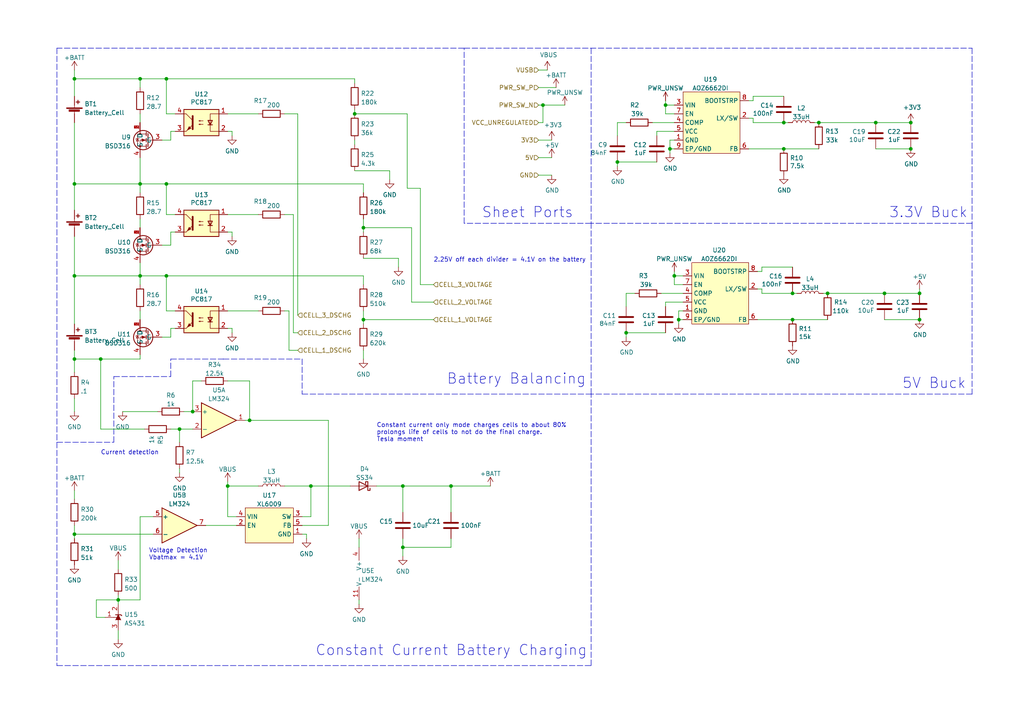
<source format=kicad_sch>
(kicad_sch (version 20211123) (generator eeschema)
  (paper "A4")
  (title_block (title "Power Managment") (date "2022-03-18") (comment 1 "Engineer/Draftsman: Joesphan Lu"))
  (lib_symbols
    (symbol "1KicadLib:AOZ6662DI"
      (property "Reference" "U" (at -4.445 -15.24 0))
      (property "Value" "AOZ6662DI" (at -0.635 5.08 0))
      (symbol "AOZ6662DI_0_1"
        (rectangle (start -8.89 3.81) (end 7.62 -13.97) (stroke (width 0.1524)) (fill (type background)))
      )
      (symbol "AOZ6662DI_1_1"
        (pin input line (at -11.43 -10.16 0) (length 2.54) (name "GND") (number "1"))
        (pin input line (at 10.16 -3.81 180) (length 2.54) (name "LX/SW") (number "2"))
        (pin input line (at -11.43 0 0) (length 2.54) (name "VIN") (number "3"))
        (pin input line (at -11.43 -5.08 0) (length 2.54) (name "COMP") (number "4"))
        (pin input line (at -11.43 -7.62 0) (length 2.54) (name "VCC") (number "5"))
        (pin input line (at 10.16 -12.7 180) (length 2.54) (name "FB") (number "6"))
        (pin input line (at -11.43 -2.54 0) (length 2.54) (name "EN") (number "7"))
        (pin input line (at 10.16 1.27 180) (length 2.54) (name "BOOTSTRP") (number "8"))
        (pin input line (at -11.43 -12.7 0) (length 2.54) (name "EP/GND") (number "9"))
      )
    )
    (symbol "1KicadLib:AS431"
      (property "Reference" "U" (at -5.08 -3.81 0))
      (property "Value" "AS431" (at -7.62 6.35 0))
      (symbol "AS431_0_1"
        (polyline (pts (xy -0.762 -0.762) (xy 0 0.762) (xy 0.762 -0.762)) (fill (type outline)))
        (polyline (pts (xy 0 -1.27) (xy 0 0) (xy 0 1.27)))
        (polyline (pts (xy 1.016 0.508) (xy 0.762 0.762) (xy -0.762 0.762) (xy -0.762 0.762)) (stroke (width 0.254)))
      )
      (symbol "AS431_1_1"
        (polyline (pts (xy -1.27 0) (xy 0 0)))
        (pin passive line (at -3.81 0 0) (length 2.54) (name "") (number "1"))
        (pin passive line (at 0 3.81 270) (length 2.54) (name "") (number "2"))
        (pin passive line (at 0 -3.81 90) (length 2.54) (name "") (number "3"))
      )
    )
    (symbol "1KicadLib:BSD316"
      (property "Reference" "U" (at -5.08 -3.81 0))
      (property "Value" "BSD316" (at -7.62 6.35 0))
      (symbol "BSD316_0_1"
        (circle (center -0.889 0) (radius 2.794) (stroke (width 0.254)))
        (circle (center 0 -1.778) (radius 0.254) (fill (type outline)))
        (polyline (pts (xy -2.286 0) (xy -5.08 0)))
        (polyline (pts (xy -2.286 1.905) (xy -2.286 -1.905)) (stroke (width 0.254)))
        (polyline (pts (xy -1.778 -1.27) (xy -1.778 -2.286)) (stroke (width 0.254)))
        (polyline (pts (xy -1.778 0.508) (xy -1.778 -0.508)) (stroke (width 0.254)))
        (polyline (pts (xy -1.778 2.286) (xy -1.778 1.27)) (stroke (width 0.254)))
        (polyline (pts (xy 0 2.54) (xy 0 1.778)))
        (polyline (pts (xy 0 -2.54) (xy 0 0) (xy -1.778 0)))
        (polyline (pts (xy -1.778 -1.778) (xy 0.762 -1.778) (xy 0.762 1.778) (xy -1.778 1.778)))
        (polyline (pts (xy -1.524 0) (xy -0.508 0.381) (xy -0.508 -0.381) (xy -1.524 0)) (fill (type outline)))
        (polyline (pts (xy 0.254 0.508) (xy 0.381 0.381) (xy 1.143 0.381) (xy 1.27 0.254)))
        (polyline (pts (xy 0.762 0.381) (xy 0.381 -0.254) (xy 1.143 -0.254) (xy 0.762 0.381)))
        (circle (center 0 1.778) (radius 0.254) (fill (type outline)))
      )
      (symbol "BSD316_1_1"
        (pin passive line (at 0 5.08 270) (length 2.54) (name "D") (number "1"))
        (pin passive line (at 0 5.08 270) (length 2.54) (name "D") (number "2"))
        (pin input line (at -6.35 0 0) (length 2.54) (name "G") (number "3"))
        (pin passive line (at 0 -5.08 90) (length 2.54) (name "S") (number "4"))
        (pin passive line (at 0 5.08 270) (length 2.54) (name "D") (number "5"))
        (pin passive line (at 0 5.08 270) (length 2.54) (name "D") (number "6"))
      )
    )
    (symbol "1KicadLib:XL6009"
      (property "Reference" "U" (at -3.81 -2.54 0))
      (property "Value" "XL6009" (at 1.27 10.16 0))
      (symbol "XL6009_0_1"
        (rectangle (start -6.35 8.89) (end 7.62 -1.27) (stroke (width 0.1524)) (fill (type background)))
      )
      (symbol "XL6009_1_1"
        (pin input line (at 10.16 1.27 180) (length 2.54) (name "GND") (number "1"))
        (pin input line (at -8.89 3.81 0) (length 2.54) (name "EN") (number "2"))
        (pin input line (at 10.16 6.35 180) (length 2.54) (name "SW") (number "3"))
        (pin input line (at -8.89 6.35 0) (length 2.54) (name "VIN") (number "4"))
        (pin input line (at 10.16 3.81 180) (length 2.54) (name "FB") (number "5"))
      )
    )
    (symbol "1KicadPowerLib:PWR_UNSW" (power) (pin_names (offset 0))
      (property "Value" "PWR_UNSW" (at 0 3.175 0))
      (symbol "PWR_UNSW_0_1"
        (polyline (pts (xy -0.635 0) (xy 0 1.27) (xy 0.635 0)) (stroke (width 0.1524)))
      )
      (symbol "PWR_UNSW_1_1"
        (pin power_in line (at 0 -1.27 90) (length 2.54) (name "") (number ""))
      )
    )
    (symbol "Amplifier_Operational:LM324" (pin_names (offset 0.127))
      (property "Reference" "U" (at 0 5.08 0))
      (property "Value" "LM324" (at 0 -5.08 0))
      (symbol "LM324_1_1"
        (polyline (pts (xy -5.08 5.08) (xy 5.08 0) (xy -5.08 -5.08) (xy -5.08 5.08)) (stroke (width 0.254)) (fill (type background)))
        (pin output line (at 7.62 0 180) (length 2.54) (name "~") (number "1"))
        (pin input line (at -7.62 -2.54 0) (length 2.54) (name "-") (number "2"))
        (pin input line (at -7.62 2.54 0) (length 2.54) (name "+") (number "3"))
      )
      (symbol "LM324_2_1"
        (polyline (pts (xy -5.08 5.08) (xy 5.08 0) (xy -5.08 -5.08) (xy -5.08 5.08)) (stroke (width 0.254)) (fill (type background)))
        (pin input line (at -7.62 2.54 0) (length 2.54) (name "+") (number "5"))
        (pin input line (at -7.62 -2.54 0) (length 2.54) (name "-") (number "6"))
        (pin output line (at 7.62 0 180) (length 2.54) (name "~") (number "7"))
      )
      (symbol "LM324_3_1"
        (polyline (pts (xy -5.08 5.08) (xy 5.08 0) (xy -5.08 -5.08) (xy -5.08 5.08)) (stroke (width 0.254)) (fill (type background)))
        (pin input line (at -7.62 2.54 0) (length 2.54) (name "+") (number "10"))
        (pin output line (at 7.62 0 180) (length 2.54) (name "~") (number "8"))
        (pin input line (at -7.62 -2.54 0) (length 2.54) (name "-") (number "9"))
      )
      (symbol "LM324_4_1"
        (polyline (pts (xy -5.08 5.08) (xy 5.08 0) (xy -5.08 -5.08) (xy -5.08 5.08)) (stroke (width 0.254)) (fill (type background)))
        (pin input line (at -7.62 2.54 0) (length 2.54) (name "+") (number "12"))
        (pin input line (at -7.62 -2.54 0) (length 2.54) (name "-") (number "13"))
        (pin output line (at 7.62 0 180) (length 2.54) (name "~") (number "14"))
      )
      (symbol "LM324_5_1"
        (pin power_in line (at -2.54 -7.62 90) (length 3.81) (name "V-") (number "11"))
        (pin power_in line (at -2.54 7.62 270) (length 3.81) (name "V+") (number "4"))
      )
    )
    (symbol "Device:Battery_Cell" (pin_numbers hide) (pin_names (offset 0) hide)
      (property "Reference" "BT" (at 2.54 2.54 0))
      (property "Value" "Battery_Cell" (at 2.54 0 0))
      (symbol "Battery_Cell_0_1"
        (rectangle (start -2.286 1.778) (end 2.286 1.524) (fill (type outline)))
        (rectangle (start -1.5748 1.1938) (end 1.4732 0.6858) (fill (type outline)))
        (polyline (pts (xy 0 0.762) (xy 0 0)))
        (polyline (pts (xy 0 1.778) (xy 0 2.54)))
        (polyline (pts (xy 0.508 3.429) (xy 1.524 3.429)) (stroke (width 0.254)))
        (polyline (pts (xy 1.016 3.937) (xy 1.016 2.921)) (stroke (width 0.254)))
      )
      (symbol "Battery_Cell_1_1"
        (pin passive line (at 0 5.08 270) (length 2.54) (name "+") (number "1"))
        (pin passive line (at 0 -2.54 90) (length 2.54) (name "-") (number "2"))
      )
    )
    (symbol "Device:C" (pin_numbers hide) (pin_names (offset 0.254))
      (property "Reference" "C" (at 0.635 2.54 0))
      (property "Value" "C" (at 0.635 -2.54 0))
      (symbol "C_0_1"
        (polyline (pts (xy -2.032 -0.762) (xy 2.032 -0.762)) (stroke (width 0.508)))
        (polyline (pts (xy -2.032 0.762) (xy 2.032 0.762)) (stroke (width 0.508)))
      )
      (symbol "C_1_1"
        (pin passive line (at 0 3.81 270) (length 2.794) (name "~") (number "1"))
        (pin passive line (at 0 -3.81 90) (length 2.794) (name "~") (number "2"))
      )
    )
    (symbol "Device:D_Schottky" (pin_numbers hide) (pin_names (offset 1.016) hide)
      (property "Reference" "D" (at 0 2.54 0))
      (property "Value" "D_Schottky" (at 0 -2.54 0))
      (symbol "D_Schottky_0_1"
        (polyline (pts (xy 1.27 0) (xy -1.27 0)))
        (polyline (pts (xy 1.27 1.27) (xy 1.27 -1.27) (xy -1.27 0) (xy 1.27 1.27)) (stroke (width 0.254)))
        (polyline (pts (xy -1.905 0.635) (xy -1.905 1.27) (xy -1.27 1.27) (xy -1.27 -1.27) (xy -0.635 -1.27) (xy -0.635 -0.635)) (stroke (width 0.254)))
      )
      (symbol "D_Schottky_1_1"
        (pin passive line (at -3.81 0 0) (length 2.54) (name "K") (number "1"))
        (pin passive line (at 3.81 0 180) (length 2.54) (name "A") (number "2"))
      )
    )
    (symbol "Device:L" (pin_numbers hide) (pin_names (offset 1.016) hide)
      (property "Reference" "L" (at -1.27 0 90))
      (property "Value" "L" (at 1.905 0 90))
      (symbol "L_0_1"
        (arc (start 0 -2.54) (mid 0.635 -1.905) (end 0 -1.27))
        (arc (start 0 -1.27) (mid 0.635 -0.635) (end 0 0))
        (arc (start 0 0) (mid 0.635 0.635) (end 0 1.27))
        (arc (start 0 1.27) (mid 0.635 1.905) (end 0 2.54))
      )
      (symbol "L_1_1"
        (pin passive line (at 0 3.81 270) (length 1.27) (name "1") (number "1"))
        (pin passive line (at 0 -3.81 90) (length 1.27) (name "2") (number "2"))
      )
    )
    (symbol "Device:R" (pin_numbers hide) (pin_names (offset 0))
      (property "Reference" "R" (at 2.032 0 90))
      (property "Value" "R" (at 0 0 90))
      (symbol "R_0_1"
        (rectangle (start -1.016 -2.54) (end 1.016 2.54) (stroke (width 0.254)))
      )
      (symbol "R_1_1"
        (pin passive line (at 0 3.81 270) (length 1.27) (name "~") (number "1"))
        (pin passive line (at 0 -3.81 90) (length 1.27) (name "~") (number "2"))
      )
    )
    (symbol "Isolator:PC817" (pin_names (offset 1.016))
      (property "Reference" "U" (at -5.08 5.08 0))
      (property "Value" "PC817" (at 0 5.08 0))
      (symbol "PC817_0_1"
        (rectangle (start -5.08 3.81) (end 5.08 -3.81) (stroke (width 0.254)) (fill (type background)))
        (polyline (pts (xy -3.175 -0.635) (xy -1.905 -0.635)) (stroke (width 0.254)))
        (polyline (pts (xy 2.54 0.635) (xy 4.445 2.54)))
        (polyline (pts (xy 4.445 -2.54) (xy 2.54 -0.635)) (fill (type outline)))
        (polyline (pts (xy 4.445 -2.54) (xy 5.08 -2.54)))
        (polyline (pts (xy 4.445 2.54) (xy 5.08 2.54)))
        (polyline (pts (xy -5.08 2.54) (xy -2.54 2.54) (xy -2.54 -0.635)))
        (polyline (pts (xy -2.54 -0.635) (xy -2.54 -2.54) (xy -5.08 -2.54)))
        (polyline (pts (xy 2.54 1.905) (xy 2.54 -1.905) (xy 2.54 -1.905)) (stroke (width 0.508)))
        (polyline (pts (xy -2.54 -0.635) (xy -3.175 0.635) (xy -1.905 0.635) (xy -2.54 -0.635)) (stroke (width 0.254)))
        (polyline (pts (xy -0.508 -0.508) (xy 0.762 -0.508) (xy 0.381 -0.635) (xy 0.381 -0.381) (xy 0.762 -0.508)))
        (polyline (pts (xy -0.508 0.508) (xy 0.762 0.508) (xy 0.381 0.381) (xy 0.381 0.635) (xy 0.762 0.508)))
        (polyline (pts (xy 3.048 -1.651) (xy 3.556 -1.143) (xy 4.064 -2.159) (xy 3.048 -1.651) (xy 3.048 -1.651)) (fill (type outline)))
      )
      (symbol "PC817_1_1"
        (pin passive line (at -7.62 2.54 0) (length 2.54) (name "~") (number "1"))
        (pin passive line (at -7.62 -2.54 0) (length 2.54) (name "~") (number "2"))
        (pin passive line (at 7.62 -2.54 180) (length 2.54) (name "~") (number "3"))
        (pin passive line (at 7.62 2.54 180) (length 2.54) (name "~") (number "4"))
      )
    )
    (symbol "power:+3V3" (power) (pin_names (offset 0))
      (property "Value" "+3V3" (at 0 3.556 0))
      (symbol "+3V3_0_1"
        (polyline (pts (xy -0.762 1.27) (xy 0 2.54)))
        (polyline (pts (xy 0 0) (xy 0 2.54)))
        (polyline (pts (xy 0 2.54) (xy 0.762 1.27)))
      )
      (symbol "+3V3_1_1"
        (pin power_in line (at 0 0 90) (length 0) hide (name "+3V3") (number "1"))
      )
    )
    (symbol "power:+5V" (power) (pin_names (offset 0))
      (property "Value" "+5V" (at 0 3.556 0))
      (symbol "+5V_0_1"
        (polyline (pts (xy -0.762 1.27) (xy 0 2.54)))
        (polyline (pts (xy 0 0) (xy 0 2.54)))
        (polyline (pts (xy 0 2.54) (xy 0.762 1.27)))
      )
      (symbol "+5V_1_1"
        (pin power_in line (at 0 0 90) (length 0) hide (name "+5V") (number "1"))
      )
    )
    (symbol "power:+BATT" (power) (pin_names (offset 0))
      (property "Value" "+BATT" (at 0 3.556 0))
      (symbol "+BATT_0_1"
        (polyline (pts (xy -0.762 1.27) (xy 0 2.54)))
        (polyline (pts (xy 0 0) (xy 0 2.54)))
        (polyline (pts (xy 0 2.54) (xy 0.762 1.27)))
      )
      (symbol "+BATT_1_1"
        (pin power_in line (at 0 0 90) (length 0) hide (name "+BATT") (number "1"))
      )
    )
    (symbol "power:GND" (power) (pin_names (offset 0))
      (property "Value" "GND" (at 0 -3.81 0))
      (symbol "GND_0_1"
        (polyline (pts (xy 0 0) (xy 0 -1.27) (xy 1.27 -1.27) (xy 0 -2.54) (xy -1.27 -1.27) (xy 0 -1.27)))
      )
      (symbol "GND_1_1"
        (pin power_in line (at 0 0 270) (length 0) hide (name "GND") (number "1"))
      )
    )
    (symbol "power:VBUS" (power) (pin_names (offset 0))
      (property "Value" "VBUS" (at 0 3.81 0))
      (symbol "VBUS_0_1"
        (polyline (pts (xy -0.762 1.27) (xy 0 2.54)))
        (polyline (pts (xy 0 0) (xy 0 2.54)))
        (polyline (pts (xy 0 2.54) (xy 0.762 1.27)))
      )
      (symbol "VBUS_1_1"
        (pin power_in line (at 0 0 90) (length 0) hide (name "VBUS") (number "1"))
      )
    )
  )
  (junction (at 116.84 140.97))
  (junction (at 48.26 80.01))
  (junction (at 105.41 92.71))
  (junction (at 21.59 104.14))
  (junction (at 227.33 43.18))
  (junction (at 21.59 22.86))
  (junction (at 40.64 80.01))
  (junction (at 55.88 119.38))
  (junction (at 29.21 104.14))
  (junction (at 40.64 22.86))
  (junction (at 195.58 80.01))
  (junction (at 105.41 66.04))
  (junction (at 181.61 96.52))
  (junction (at 266.7 85.09))
  (junction (at 157.48 30.48))
  (junction (at 256.54 85.09))
  (junction (at 264.16 43.18))
  (junction (at 21.59 53.34))
  (junction (at 240.03 85.09))
  (junction (at 193.04 30.48))
  (junction (at 40.64 53.34))
  (junction (at 196.85 92.71))
  (junction (at 48.26 53.34))
  (junction (at 266.7 92.71))
  (junction (at 48.26 22.86))
  (junction (at 34.29 173.99))
  (junction (at 66.04 140.97))
  (junction (at 72.39 121.92))
  (junction (at 90.17 140.97))
  (junction (at 229.87 85.09))
  (junction (at 21.59 80.01))
  (junction (at 254 35.56))
  (junction (at 130.81 140.97))
  (junction (at 194.31 43.18))
  (junction (at 116.84 158.75))
  (junction (at 21.59 154.94))
  (junction (at 264.16 35.56))
  (junction (at 229.87 92.71))
  (junction (at 237.49 35.56))
  (junction (at 227.33 35.56))
  (junction (at 52.07 124.46))
  (junction (at 102.87 33.02))
  (junction (at 179.07 46.99))
  (wire (pts (xy 40.64 104.14) (xy 40.64 102.87)))
  (wire (pts (xy 40.64 22.86) (xy 21.59 22.86)))
  (wire (pts (xy 88.9 154.94) (xy 87.63 154.94)))
  (wire (pts (xy 195.58 78.74) (xy 195.58 80.01)))
  (wire (pts (xy 157.48 30.48) (xy 157.48 35.56)))
  (wire (pts (xy 229.87 92.71) (xy 240.03 92.71)))
  (wire (pts (xy 34.29 182.88) (xy 34.29 185.42)))
  (wire (pts (xy 105.41 80.01) (xy 105.41 82.55)))
  (wire (pts (xy 240.03 85.09) (xy 256.54 85.09)))
  (wire (pts (xy 130.81 156.21) (xy 130.81 158.75)))
  (wire (pts (xy 196.85 92.71) (xy 198.12 92.71)))
  (polyline (pts (xy 281.94 13.97) (xy 281.94 64.77)))
  (wire (pts (xy 105.41 92.71) (xy 105.41 93.98)))
  (wire (pts (xy 40.64 149.86) (xy 40.64 173.99)))
  (wire (pts (xy 21.59 115.57) (xy 21.59 119.38)))
  (wire (pts (xy 83.82 90.17) (xy 82.55 90.17)))
  (wire (pts (xy 160.02 50.8) (xy 156.21 50.8)))
  (wire (pts (xy 21.59 104.14) (xy 21.59 107.95)))
  (wire (pts (xy 40.64 80.01) (xy 21.59 80.01)))
  (wire (pts (xy 40.64 53.34) (xy 21.59 53.34)))
  (wire (pts (xy 58.42 110.49) (xy 55.88 110.49)))
  (wire (pts (xy 105.41 63.5) (xy 105.41 66.04)))
  (wire (pts (xy 48.26 80.01) (xy 105.41 80.01)))
  (wire (pts (xy 196.85 90.17) (xy 196.85 92.71)))
  (wire (pts (xy 229.87 85.09) (xy 231.14 85.09)))
  (wire (pts (xy 35.56 119.38) (xy 45.72 119.38)))
  (wire (pts (xy 40.64 76.2) (xy 40.64 80.01)))
  (polyline (pts (xy 16.51 128.27) (xy 16.51 193.04)))
  (wire (pts (xy 195.58 33.02) (xy 193.04 33.02)))
  (wire (pts (xy 21.59 53.34) (xy 21.59 60.96)))
  (polyline (pts (xy 64.77 104.14) (xy 64.77 104.14)))
  (wire (pts (xy 193.04 30.48) (xy 193.04 33.02)))
  (wire (pts (xy 21.59 22.86) (xy 21.59 27.94)))
  (wire (pts (xy 130.81 140.97) (xy 142.24 140.97)))
  (wire (pts (xy 194.31 43.18) (xy 194.31 44.45)))
  (wire (pts (xy 21.59 80.01) (xy 21.59 93.98)))
  (wire (pts (xy 105.41 92.71) (xy 125.73 92.71)))
  (wire (pts (xy 121.92 54.61) (xy 118.11 54.61)))
  (polyline (pts (xy 134.62 13.97) (xy 16.51 13.97)))
  (wire (pts (xy 88.9 156.21) (xy 88.9 154.94)))
  (wire (pts (xy 40.64 45.72) (xy 40.64 53.34)))
  (wire (pts (xy 104.14 175.26) (xy 104.14 173.99)))
  (wire (pts (xy 48.26 90.17) (xy 50.8 90.17)))
  (wire (pts (xy 116.84 158.75) (xy 116.84 161.29)))
  (wire (pts (xy 125.73 82.55) (xy 121.92 82.55)))
  (wire (pts (xy 67.31 96.52) (xy 67.31 95.25)))
  (wire (pts (xy 219.71 78.74) (xy 220.98 78.74)))
  (wire (pts (xy 217.17 29.21) (xy 218.44 29.21)))
  (wire (pts (xy 181.61 35.56) (xy 179.07 35.56)))
  (polyline (pts (xy 171.45 64.77) (xy 134.62 64.77)))
  (wire (pts (xy 236.22 35.56) (xy 237.49 35.56)))
  (wire (pts (xy 95.25 121.92) (xy 72.39 121.92)))
  (wire (pts (xy 40.64 25.4) (xy 40.64 22.86)))
  (wire (pts (xy 52.07 124.46) (xy 49.53 124.46)))
  (wire (pts (xy 40.64 80.01) (xy 48.26 80.01)))
  (wire (pts (xy 181.61 96.52) (xy 181.61 97.79)))
  (wire (pts (xy 157.48 30.48) (xy 163.83 30.48)))
  (wire (pts (xy 40.64 82.55) (xy 40.64 80.01)))
  (wire (pts (xy 66.04 90.17) (xy 74.93 90.17)))
  (wire (pts (xy 50.8 67.31) (xy 49.53 67.31)))
  (wire (pts (xy 181.61 85.09) (xy 181.61 88.9)))
  (wire (pts (xy 102.87 33.02) (xy 118.11 33.02)))
  (polyline (pts (xy 87.63 114.3) (xy 171.45 114.3)))
  (wire (pts (xy 55.88 124.46) (xy 52.07 124.46)))
  (wire (pts (xy 220.98 85.09) (xy 229.87 85.09)))
  (wire (pts (xy 67.31 39.37) (xy 67.31 38.1)))
  (wire (pts (xy 90.17 149.86) (xy 87.63 149.86)))
  (wire (pts (xy 102.87 31.75) (xy 102.87 33.02)))
  (polyline (pts (xy 16.51 128.27) (xy 33.02 128.27)))
  (wire (pts (xy 52.07 135.89) (xy 52.07 137.16)))
  (wire (pts (xy 218.44 35.56) (xy 218.44 34.29)))
  (wire (pts (xy 218.44 34.29) (xy 217.17 34.29)))
  (wire (pts (xy 158.75 20.32) (xy 156.21 20.32)))
  (wire (pts (xy 48.26 33.02) (xy 50.8 33.02)))
  (polyline (pts (xy 171.45 193.04) (xy 171.45 114.3)))
  (wire (pts (xy 46.99 71.12) (xy 49.53 71.12)))
  (wire (pts (xy 86.36 101.6) (xy 83.82 101.6)))
  (wire (pts (xy 67.31 67.31) (xy 66.04 67.31)))
  (wire (pts (xy 220.98 83.82) (xy 219.71 83.82)))
  (wire (pts (xy 53.34 119.38) (xy 55.88 119.38)))
  (wire (pts (xy 156.21 25.4) (xy 161.29 25.4)))
  (wire (pts (xy 254 43.18) (xy 264.16 43.18)))
  (wire (pts (xy 40.64 173.99) (xy 34.29 173.99)))
  (wire (pts (xy 194.31 43.18) (xy 195.58 43.18)))
  (wire (pts (xy 67.31 38.1) (xy 66.04 38.1)))
  (wire (pts (xy 29.21 104.14) (xy 40.64 104.14)))
  (wire (pts (xy 49.53 97.79) (xy 46.99 97.79)))
  (wire (pts (xy 40.64 22.86) (xy 48.26 22.86)))
  (wire (pts (xy 46.99 40.64) (xy 49.53 40.64)))
  (wire (pts (xy 179.07 35.56) (xy 179.07 39.37)))
  (polyline (pts (xy 64.77 104.14) (xy 87.63 104.14)))
  (wire (pts (xy 40.64 33.02) (xy 40.64 35.56)))
  (wire (pts (xy 198.12 87.63) (xy 193.04 87.63)))
  (wire (pts (xy 29.21 104.14) (xy 29.21 124.46)))
  (wire (pts (xy 85.09 96.52) (xy 86.36 96.52)))
  (wire (pts (xy 66.04 62.23) (xy 74.93 62.23)))
  (wire (pts (xy 156.21 45.72) (xy 160.02 45.72)))
  (polyline (pts (xy 16.51 13.97) (xy 16.51 128.27)))
  (wire (pts (xy 82.55 33.02) (xy 86.36 33.02)))
  (wire (pts (xy 49.53 38.1) (xy 49.53 40.64)))
  (wire (pts (xy 130.81 148.59) (xy 130.81 140.97)))
  (wire (pts (xy 48.26 22.86) (xy 102.87 22.86)))
  (wire (pts (xy 195.58 80.01) (xy 195.58 82.55)))
  (wire (pts (xy 34.29 172.72) (xy 34.29 173.99)))
  (wire (pts (xy 157.48 35.56) (xy 156.21 35.56)))
  (wire (pts (xy 66.04 140.97) (xy 66.04 149.86)))
  (wire (pts (xy 218.44 35.56) (xy 227.33 35.56)))
  (wire (pts (xy 66.04 149.86) (xy 68.58 149.86)))
  (wire (pts (xy 193.04 30.48) (xy 195.58 30.48)))
  (wire (pts (xy 48.26 22.86) (xy 48.26 33.02)))
  (wire (pts (xy 66.04 110.49) (xy 72.39 110.49)))
  (wire (pts (xy 116.84 140.97) (xy 130.81 140.97)))
  (wire (pts (xy 238.76 85.09) (xy 240.03 85.09)))
  (wire (pts (xy 72.39 121.92) (xy 71.12 121.92)))
  (wire (pts (xy 95.25 152.4) (xy 95.25 121.92)))
  (wire (pts (xy 90.17 140.97) (xy 101.6 140.97)))
  (polyline (pts (xy 281.94 64.77) (xy 281.94 114.3)))
  (wire (pts (xy 21.59 154.94) (xy 21.59 156.21)))
  (wire (pts (xy 34.29 173.99) (xy 34.29 175.26)))
  (wire (pts (xy 218.44 29.21) (xy 218.44 27.94)))
  (wire (pts (xy 40.64 149.86) (xy 44.45 149.86)))
  (wire (pts (xy 113.03 49.53) (xy 113.03 52.07)))
  (polyline (pts (xy 49.53 104.14) (xy 64.77 104.14)))
  (wire (pts (xy 116.84 148.59) (xy 116.84 140.97)))
  (wire (pts (xy 21.59 142.24) (xy 21.59 144.78)))
  (wire (pts (xy 218.44 27.94) (xy 227.33 27.94)))
  (wire (pts (xy 105.41 90.17) (xy 105.41 92.71)))
  (wire (pts (xy 227.33 35.56) (xy 228.6 35.56)))
  (wire (pts (xy 90.17 140.97) (xy 82.55 140.97)))
  (wire (pts (xy 34.29 162.56) (xy 34.29 165.1)))
  (wire (pts (xy 195.58 80.01) (xy 198.12 80.01)))
  (wire (pts (xy 196.85 92.71) (xy 196.85 93.98)))
  (wire (pts (xy 66.04 140.97) (xy 74.93 140.97)))
  (wire (pts (xy 227.33 43.18) (xy 237.49 43.18)))
  (wire (pts (xy 116.84 158.75) (xy 130.81 158.75)))
  (wire (pts (xy 102.87 40.64) (xy 102.87 41.91)))
  (polyline (pts (xy 171.45 13.97) (xy 171.45 64.77)))
  (wire (pts (xy 40.64 63.5) (xy 40.64 66.04)))
  (wire (pts (xy 219.71 92.71) (xy 229.87 92.71)))
  (wire (pts (xy 115.57 74.93) (xy 115.57 77.47)))
  (wire (pts (xy 105.41 53.34) (xy 105.41 55.88)))
  (wire (pts (xy 189.23 35.56) (xy 195.58 35.56)))
  (wire (pts (xy 41.91 124.46) (xy 29.21 124.46)))
  (wire (pts (xy 195.58 40.64) (xy 194.31 40.64)))
  (wire (pts (xy 118.11 54.61) (xy 118.11 33.02)))
  (wire (pts (xy 156.21 30.48) (xy 157.48 30.48)))
  (wire (pts (xy 193.04 87.63) (xy 193.04 88.9)))
  (wire (pts (xy 109.22 140.97) (xy 116.84 140.97)))
  (wire (pts (xy 90.17 149.86) (xy 90.17 140.97)))
  (wire (pts (xy 160.02 40.64) (xy 156.21 40.64)))
  (wire (pts (xy 116.84 156.21) (xy 116.84 158.75)))
  (polyline (pts (xy 16.51 193.04) (xy 171.45 193.04)))
  (wire (pts (xy 48.26 80.01) (xy 48.26 90.17)))
  (wire (pts (xy 40.64 55.88) (xy 40.64 53.34)))
  (wire (pts (xy 104.14 156.21) (xy 104.14 158.75)))
  (wire (pts (xy 21.59 152.4) (xy 21.59 154.94)))
  (wire (pts (xy 198.12 82.55) (xy 195.58 82.55)))
  (wire (pts (xy 27.94 179.07) (xy 27.94 173.99)))
  (wire (pts (xy 191.77 85.09) (xy 198.12 85.09)))
  (wire (pts (xy 119.38 66.04) (xy 119.38 87.63)))
  (wire (pts (xy 48.26 62.23) (xy 50.8 62.23)))
  (wire (pts (xy 254 35.56) (xy 264.16 35.56)))
  (wire (pts (xy 102.87 24.13) (xy 102.87 22.86)))
  (wire (pts (xy 220.98 77.47) (xy 229.87 77.47)))
  (polyline (pts (xy 87.63 104.14) (xy 87.63 114.3)))
  (polyline (pts (xy 33.02 109.22) (xy 49.53 109.22)))
  (wire (pts (xy 21.59 154.94) (xy 44.45 154.94)))
  (wire (pts (xy 50.8 95.25) (xy 49.53 95.25)))
  (wire (pts (xy 49.53 95.25) (xy 49.53 97.79)))
  (wire (pts (xy 49.53 67.31) (xy 49.53 71.12)))
  (wire (pts (xy 40.64 90.17) (xy 40.64 92.71)))
  (wire (pts (xy 55.88 110.49) (xy 55.88 119.38)))
  (wire (pts (xy 181.61 96.52) (xy 193.04 96.52)))
  (wire (pts (xy 66.04 33.02) (xy 74.93 33.02)))
  (wire (pts (xy 266.7 83.82) (xy 266.7 85.09)))
  (polyline (pts (xy 49.53 109.22) (xy 49.53 104.14)))
  (wire (pts (xy 59.69 152.4) (xy 68.58 152.4)))
  (wire (pts (xy 21.59 104.14) (xy 29.21 104.14)))
  (wire (pts (xy 72.39 110.49) (xy 72.39 121.92)))
  (wire (pts (xy 256.54 92.71) (xy 266.7 92.71)))
  (wire (pts (xy 190.5 38.1) (xy 190.5 39.37)))
  (wire (pts (xy 48.26 53.34) (xy 48.26 62.23)))
  (wire (pts (xy 113.03 49.53) (xy 102.87 49.53)))
  (polyline (pts (xy 33.02 128.27) (xy 33.02 109.22)))
  (wire (pts (xy 220.98 85.09) (xy 220.98 83.82)))
  (wire (pts (xy 217.17 43.18) (xy 227.33 43.18)))
  (wire (pts (xy 21.59 101.6) (xy 21.59 104.14)))
  (wire (pts (xy 27.94 173.99) (xy 34.29 173.99)))
  (wire (pts (xy 21.59 20.32) (xy 21.59 22.86)))
  (wire (pts (xy 83.82 101.6) (xy 83.82 90.17)))
  (wire (pts (xy 86.36 33.02) (xy 86.36 91.44)))
  (wire (pts (xy 256.54 85.09) (xy 266.7 85.09)))
  (wire (pts (xy 67.31 68.58) (xy 67.31 67.31)))
  (wire (pts (xy 179.07 46.99) (xy 190.5 46.99)))
  (wire (pts (xy 85.09 62.23) (xy 85.09 96.52)))
  (wire (pts (xy 198.12 90.17) (xy 196.85 90.17)))
  (wire (pts (xy 48.26 53.34) (xy 105.41 53.34)))
  (polyline (pts (xy 281.94 64.77) (xy 171.45 64.77)))
  (wire (pts (xy 105.41 101.6) (xy 105.41 104.14)))
  (wire (pts (xy 82.55 62.23) (xy 85.09 62.23)))
  (polyline (pts (xy 134.62 64.77) (xy 134.62 13.97)))
  (wire (pts (xy 193.04 29.21) (xy 193.04 30.48)))
  (wire (pts (xy 115.57 74.93) (xy 105.41 74.93)))
  (wire (pts (xy 52.07 124.46) (xy 52.07 128.27)))
  (wire (pts (xy 105.41 66.04) (xy 105.41 67.31)))
  (polyline (pts (xy 171.45 114.3) (xy 171.45 64.77)))
  (wire (pts (xy 119.38 87.63) (xy 125.73 87.63)))
  (wire (pts (xy 184.15 85.09) (xy 181.61 85.09)))
  (wire (pts (xy 195.58 38.1) (xy 190.5 38.1)))
  (wire (pts (xy 194.31 40.64) (xy 194.31 43.18)))
  (wire (pts (xy 220.98 78.74) (xy 220.98 77.47)))
  (wire (pts (xy 66.04 139.7) (xy 66.04 140.97)))
  (wire (pts (xy 21.59 35.56) (xy 21.59 53.34)))
  (wire (pts (xy 67.31 95.25) (xy 66.04 95.25)))
  (polyline (pts (xy 281.94 114.3) (xy 171.45 114.3)))
  (wire (pts (xy 50.8 38.1) (xy 49.53 38.1)))
  (wire (pts (xy 30.48 179.07) (xy 27.94 179.07)))
  (wire (pts (xy 179.07 46.99) (xy 179.07 48.26)))
  (wire (pts (xy 237.49 35.56) (xy 254 35.56)))
  (wire (pts (xy 105.41 66.04) (xy 119.38 66.04)))
  (wire (pts (xy 87.63 152.4) (xy 95.25 152.4)))
  (polyline (pts (xy 134.62 13.97) (xy 281.94 13.97)))
  (wire (pts (xy 121.92 82.55) (xy 121.92 54.61)))
  (wire (pts (xy 40.64 53.34) (xy 48.26 53.34)))
  (wire (pts (xy 21.59 68.58) (xy 21.59 80.01)))
  (text "2.25V off each divider = 4.1V on the battery" (at 125.73 76.2 0) (effects (font (size 1.27 1.27)) (justify left bottom)))
  (text "Constant current only mode charges cells to about 80%\nprolongs life of cells to not do the final charge.\nTesla moment" (at 109.22 128.27 0) (effects (font (size 1.27 1.27)) (justify left bottom)))
  (text "Sheet Ports\n" (at 139.7 63.5 0) (effects (font (size 3 3)) (justify left bottom)))
  (text "Battery Balancing" (at 129.54 111.76 0) (effects (font (size 3 3)) (justify left bottom)))
  (text "3.3V Buck" (at 257.81 63.5 0) (effects (font (size 3 3)) (justify left bottom)))
  (text "Current detection" (at 29.21 132.08 0) (effects (font (size 1.27 1.27)) (justify left bottom)))
  (text "5V Buck" (at 261.62 113.03 0) (effects (font (size 3 3)) (justify left bottom)))
  (text "Voltage Detection\nVbatmax = 4.1V" (at 43.18 162.56 0) (effects (font (size 1.27 1.27)) (justify left bottom)))
  (text "Constant Current Battery Charging" (at 91.44 190.5 0) (effects (font (size 3 3)) (justify left bottom)))
  (hierarchical_label "PWR_SW_P" (shape input) (at 156.21 25.4 180))
  (hierarchical_label "PWR_SW_N" (shape input) (at 156.21 30.48 180))
  (hierarchical_label "5V" (shape input) (at 156.21 45.72 180))
  (hierarchical_label "GND" (shape input) (at 156.21 50.8 180))
  (hierarchical_label "VCC_UNREGULATED" (shape input) (at 156.21 35.56 180))
  (hierarchical_label "CELL_2_VOLTAGE" (shape input) (at 125.73 87.63 0))
  (hierarchical_label "CELL_3_VOLTAGE" (shape input) (at 125.73 82.55 0))
  (hierarchical_label "VUSB" (shape input) (at 156.21 20.32 180))
  (hierarchical_label "CELL_2_DSCHG" (shape input) (at 86.36 96.52 0))
  (hierarchical_label "CELL_1_VOLTAGE" (shape input) (at 125.73 92.71 0))
  (hierarchical_label "CELL_3_DSCHG" (shape input) (at 86.36 91.44 0))
  (hierarchical_label "CELL_1_DSCHG" (shape input) (at 86.36 101.6 0))
  (hierarchical_label "3V3" (shape input) (at 156.21 40.64 180))
  (symbol (lib_id "power:GND") (at 67.31 39.37 0) (unit 1)
    (property "Reference" "#PWR0158" (effects hide))
    (property "Value" "GND" (at 67.31 43.8134 0))
  )
  (symbol (lib_id "Device:R") (at 240.03 88.9 0) (unit 1)
    (property "Reference" "R14" (at 243.84 87.63 0))
    (property "Value" "110k" (at 243.84 90.17 0))
    (property "Footprint" "Resistor_SMD:R_0805_2012Metric_Pad1.20x1.40mm_HandSolder" (effects hide))
  )
  (symbol (lib_id "Device:R") (at 105.41 71.12 0) (unit 1)
    (property "Reference" "R27" (at 107.188 70.2853 0) (effects (justify left)))
    (property "Value" "68k" (at 107.188 72.8222 0) (effects (justify left)))
    (property "Footprint" "Resistor_SMD:R_0805_2012Metric_Pad1.20x1.40mm_HandSolder" (effects hide))
  )
  (symbol (lib_id "Device:R") (at 102.87 27.94 0) (unit 1)
    (property "Reference" "R22" (at 104.648 27.1053 0) (effects (justify left)))
    (property "Value" "180k" (at 104.648 29.6422 0) (effects (justify left)))
    (property "Footprint" "Resistor_SMD:R_0805_2012Metric_Pad1.20x1.40mm_HandSolder" (effects hide))
  )
  (symbol (lib_id "Device:C") (at 130.81 152.4 0) (mirror y) (unit 1)
    (property "Reference" "C21" (at 127.889 151.2316 0) (effects (justify left)))
    (property "Value" "100nF" (at 139.7 152.4 0) (effects (justify left)))
    (property "Footprint" "Capacitor_SMD:C_0805_2012Metric_Pad1.18x1.45mm_HandSolder" (effects hide))
  )
  (symbol (lib_id "Device:C") (at 193.04 92.71 0) (mirror y) (unit 1)
    (property "Reference" "C13" (at 190.119 91.5416 0) (effects (justify left)))
    (property "Value" "1uF" (at 190.119 93.853 0) (effects (justify left)))
    (property "Footprint" "Capacitor_SMD:C_0805_2012Metric_Pad1.18x1.45mm_HandSolder" (effects hide))
  )
  (symbol (lib_id "Device:C") (at 116.84 152.4 0) (mirror y) (unit 1)
    (property "Reference" "C15" (at 113.919 151.2316 0) (effects (justify left)))
    (property "Value" "10uF" (at 124.46 152.4 0) (effects (justify left)))
    (property "Footprint" "Capacitor_SMD:C_0805_2012Metric_Pad1.18x1.45mm_HandSolder" (effects hide))
  )
  (symbol (lib_id "power:GND") (at 196.85 93.98 0) (unit 1)
    (property "Reference" "#PWR0187" (effects hide))
    (property "Value" "GND" (at 196.977 98.3742 0))
  )
  (symbol (lib_id "1KicadLib:XL6009") (at 77.47 156.21 0) (unit 1)
    (property "Reference" "U17" (at 78.105 143.671 0))
    (property "Value" "XL6009" (at 78.105 146.2079 0))
    (property "Footprint" "Package_TO_SOT_SMD:TO-263-5_TabPin3" (effects hide))
  )
  (symbol (lib_id "1KicadLib:BSD316") (at 40.64 97.79 0) (mirror y) (unit 1)
    (property "Reference" "U11" (at 37.9731 96.9553 0) (effects (justify left)))
    (property "Value" "BSD316" (at 37.9731 99.4922 0) (effects (justify left)))
    (property "Footprint" "Package_TO_SOT_SMD:SOT-363_SC-70-6_Handsoldering" (effects hide))
  )
  (symbol (lib_id "Device:C") (at 227.33 31.75 0) (mirror y) (unit 1)
    (property "Reference" "C14" (at 224.409 30.5816 0) (effects (justify left)))
    (property "Value" "100nF" (at 224.409 32.893 0) (effects (justify left)))
    (property "Footprint" "Capacitor_SMD:C_0805_2012Metric_Pad1.18x1.45mm_HandSolder" (effects hide))
  )
  (symbol (lib_id "Device:D_Schottky") (at 105.41 140.97 180) (unit 1)
    (property "Reference" "D4" (at 105.7275 136.0002 0))
    (property "Value" "SS34" (at 105.7275 138.5371 0))
    (property "Footprint" "Diode_SMD:D_SMA_Handsoldering" (effects hide))
  )
  (symbol (lib_id "power:GND") (at 21.59 163.83 0) (unit 1)
    (property "Reference" "#PWR0166" (effects hide))
    (property "Value" "GND" (at 21.59 168.2734 0))
  )
  (symbol (lib_id "Device:R") (at 102.87 45.72 0) (unit 1)
    (property "Reference" "R25" (at 104.648 44.8853 0) (effects (justify left)))
    (property "Value" "4.3k" (at 104.648 47.4222 0) (effects (justify left)))
    (property "Footprint" "Resistor_SMD:R_0805_2012Metric_Pad1.20x1.40mm_HandSolder" (effects hide))
  )
  (symbol (lib_id "Isolator:PC817") (at 58.42 64.77 0) (mirror y) (unit 1)
    (property "Reference" "U13" (at 58.42 56.515 0))
    (property "Value" "PC817" (at 58.42 58.8264 0))
    (property "Footprint" "Package_DIP:DIP-4_W7.62mm" (effects hide))
    (property "Datasheet" "http://www.soselectronic.cz/a_info/resource/d/pc817.pdf" (effects hide))
  )
  (symbol (lib_id "power:GND") (at 67.31 68.58 0) (unit 1)
    (property "Reference" "#PWR0155" (effects hide))
    (property "Value" "GND" (at 67.31 73.0234 0))
  )
  (symbol (lib_id "power:+3V3") (at 264.16 35.56 0) (unit 1)
    (property "Reference" "#PWR0183" (effects hide))
    (property "Value" "+3V3" (at 264.541 31.1658 0))
  )
  (symbol (lib_id "1KicadLib:BSD316") (at 40.64 40.64 0) (mirror y) (unit 1)
    (property "Reference" "U9" (at 37.9731 39.8053 0) (effects (justify left)))
    (property "Value" "BSD316" (at 37.9731 42.3422 0) (effects (justify left)))
    (property "Footprint" "Package_TO_SOT_SMD:SOT-363_SC-70-6_Handsoldering" (effects hide))
  )
  (symbol (lib_id "1KicadPowerLib:PWR_UNSW") (at 163.83 29.21 0) (unit 1)
    (property "Reference" "#PWR0137" (effects hide))
    (property "Value" "PWR_UNSW" (at 163.83 26.828 0))
  )
  (symbol (lib_id "1KicadLib:AS431") (at 34.29 179.07 0) (unit 1)
    (property "Reference" "U15" (at 36.068 178.2353 0) (effects (justify left)))
    (property "Value" "AS431" (at 36.068 180.7722 0) (effects (justify left)))
    (property "Footprint" "Package_TO_SOT_SMD:SOT-23-5_HandSoldering" (effects hide))
  )
  (symbol (lib_id "Device:L") (at 78.74 140.97 90) (unit 1)
    (property "Reference" "L3" (at 78.74 136.7622 90))
    (property "Value" "33uH" (at 78.74 139.2991 90))
    (property "Footprint" "Inductor_SMD:L_10.4x10.4_H4.8" (effects hide))
  )
  (symbol (lib_id "Amplifier_Operational:LM324") (at 106.68 166.37 0) (unit 5)
    (property "Reference" "U5" (at 104.775 165.5353 0) (effects (justify left)))
    (property "Value" "LM324" (at 104.775 168.0722 0) (effects (justify left)))
    (property "Footprint" "Package_SO:SOIC-14_3.9x8.7mm_P1.27mm" (effects hide))
    (property "Datasheet" "http://www.ti.com/lit/ds/symlink/lm2902-n.pdf" (effects hide))
  )
  (symbol (lib_id "Device:R") (at 229.87 96.52 0) (unit 1)
    (property "Reference" "R11" (at 231.648 95.3516 0) (effects (justify left)))
    (property "Value" "15k" (at 231.648 97.663 0) (effects (justify left)))
    (property "Footprint" "Resistor_SMD:R_0805_2012Metric_Pad1.20x1.40mm_HandSolder" (effects hide))
  )
  (symbol (lib_id "1KicadLib:AOZ6662DI") (at 207.01 30.48 0) (unit 1)
    (property "Reference" "U19" (at 206.0575 23.021 0))
    (property "Value" "AOZ6662DI" (at 206.0575 25.5579 0))
    (property "Footprint" "1KicadLib:DFN_8_3x3mm_EP_1.25x2.7mm" (effects hide))
  )
  (symbol (lib_id "Device:R") (at 34.29 168.91 0) (unit 1)
    (property "Reference" "R33" (at 36.068 168.0753 0) (effects (justify left)))
    (property "Value" "500" (at 36.068 170.6122 0) (effects (justify left)))
    (property "Footprint" "Resistor_SMD:R_0805_2012Metric_Pad1.20x1.40mm_HandSolder" (effects hide))
  )
  (symbol (lib_id "Device:C") (at 229.87 81.28 0) (mirror y) (unit 1)
    (property "Reference" "C16" (at 226.949 80.1116 0) (effects (justify left)))
    (property "Value" "100nF" (at 226.949 82.423 0) (effects (justify left)))
    (property "Footprint" "Capacitor_SMD:C_0805_2012Metric_Pad1.18x1.45mm_HandSolder" (effects hide))
  )
  (symbol (lib_id "power:GND") (at 264.16 43.18 0) (unit 1)
    (property "Reference" "#PWR0184" (effects hide))
    (property "Value" "GND" (at 264.287 47.5742 0))
  )
  (symbol (lib_id "power:GND") (at 181.61 97.79 0) (unit 1)
    (property "Reference" "#PWR0170" (effects hide))
    (property "Value" "GND" (at 181.737 102.1842 0))
  )
  (symbol (lib_id "Device:R") (at 105.41 59.69 0) (unit 1)
    (property "Reference" "R26" (at 107.188 58.8553 0) (effects (justify left)))
    (property "Value" "180k" (at 107.188 61.3922 0) (effects (justify left)))
    (property "Footprint" "Resistor_SMD:R_0805_2012Metric_Pad1.20x1.40mm_HandSolder" (effects hide))
  )
  (symbol (lib_id "Device:L") (at 232.41 35.56 90) (unit 1)
    (property "Reference" "L2" (at 232.41 31.3522 90))
    (property "Value" "33uH" (at 232.41 33.8891 90))
    (property "Footprint" "Inductor_SMD:L_10.4x10.4_H4.8" (effects hide))
  )
  (symbol (lib_id "power:VBUS") (at 66.04 139.7 0) (unit 1)
    (property "Reference" "#PWR0165" (effects hide))
    (property "Value" "VBUS" (at 66.04 136.1242 0))
  )
  (symbol (lib_id "power:GND") (at 67.31 96.52 0) (unit 1)
    (property "Reference" "#PWR0172" (effects hide))
    (property "Value" "GND" (at 67.31 100.9634 0))
  )
  (symbol (lib_id "Amplifier_Operational:LM324") (at 52.07 152.4 0) (unit 2)
    (property "Reference" "U5" (at 52.07 143.6202 0))
    (property "Value" "LM324" (at 52.07 146.1571 0))
    (property "Footprint" "Package_SO:SOIC-14_3.9x8.7mm_P1.27mm" (effects hide))
    (property "Datasheet" "http://www.ti.com/lit/ds/symlink/lm2902-n.pdf" (effects hide))
  )
  (symbol (lib_id "Device:R") (at 21.59 148.59 0) (unit 1)
    (property "Reference" "R30" (at 23.368 147.7553 0) (effects (justify left)))
    (property "Value" "200k" (at 23.368 150.2922 0) (effects (justify left)))
    (property "Footprint" "Resistor_SMD:R_0805_2012Metric_Pad1.20x1.40mm_HandSolder" (effects hide))
  )
  (symbol (lib_id "power:GND") (at 160.02 50.8 0) (unit 1)
    (property "Reference" "#PWR0164" (effects hide))
    (property "Value" "GND" (at 160.147 55.1942 0))
  )
  (symbol (lib_id "Device:R") (at 78.74 90.17 90) (unit 1)
    (property "Reference" "R19" (at 77.47 86.36 90) (effects (justify left)))
    (property "Value" "200" (at 81.28 87.63 90) (effects (justify left)))
    (property "Footprint" "Resistor_SMD:R_0805_2012Metric_Pad1.20x1.40mm_HandSolder" (effects hide))
  )
  (symbol (lib_id "Device:C") (at 256.54 88.9 0) (mirror y) (unit 1)
    (property "Reference" "C20" (at 253.619 87.7316 0) (effects (justify left)))
    (property "Value" "10uF" (at 253.619 90.043 0) (effects (justify left)))
    (property "Footprint" "Capacitor_SMD:C_0805_2012Metric_Pad1.18x1.45mm_HandSolder" (effects hide))
  )
  (symbol (lib_id "Device:R") (at 78.74 62.23 90) (unit 1)
    (property "Reference" "R18" (at 77.47 58.42 90) (effects (justify left)))
    (property "Value" "200" (at 81.28 59.69 90) (effects (justify left)))
    (property "Footprint" "Resistor_SMD:R_0805_2012Metric_Pad1.20x1.40mm_HandSolder" (effects hide))
  )
  (symbol (lib_id "1KicadPowerLib:PWR_UNSW") (at 195.58 77.47 0) (unit 1)
    (property "Reference" "#PWR0189" (effects hide))
    (property "Value" "PWR_UNSW" (at 195.58 75.088 0))
  )
  (symbol (lib_id "Device:R") (at 185.42 35.56 90) (unit 1)
    (property "Reference" "R2" (at 185.42 30.48 90) (effects (justify left)))
    (property "Value" "39k" (at 186.69 33.02 90) (effects (justify left)))
    (property "Footprint" "Resistor_SMD:R_0805_2012Metric_Pad1.20x1.40mm_HandSolder" (effects hide))
  )
  (symbol (lib_id "Device:R") (at 49.53 119.38 270) (unit 1)
    (property "Reference" "R6" (at 49.53 114.6642 90))
    (property "Value" "1k" (at 49.53 117.2011 90))
    (property "Footprint" "Resistor_SMD:R_0805_2012Metric_Pad1.20x1.40mm_HandSolder" (effects hide))
  )
  (symbol (lib_id "power:+5V") (at 266.7 83.82 0) (unit 1)
    (property "Reference" "#PWR0186" (effects hide))
    (property "Value" "+5V" (at 266.7 80.2442 0))
  )
  (symbol (lib_id "power:+5V") (at 160.02 45.72 0) (unit 1)
    (property "Reference" "#PWR0144" (effects hide))
    (property "Value" "+5V" (at 160.02 42.1442 0))
  )
  (symbol (lib_id "Device:R") (at 105.41 97.79 0) (unit 1)
    (property "Reference" "R29" (at 107.188 96.9553 0) (effects (justify left)))
    (property "Value" "620k" (at 107.188 99.4922 0) (effects (justify left)))
    (property "Footprint" "Resistor_SMD:R_0805_2012Metric_Pad1.20x1.40mm_HandSolder" (effects hide))
  )
  (symbol (lib_id "power:GND") (at 116.84 161.29 0) (unit 1)
    (property "Reference" "#PWR0156" (effects hide))
    (property "Value" "GND" (at 116.84 165.7334 0))
  )
  (symbol (lib_id "1KicadLib:BSD316") (at 40.64 71.12 0) (mirror y) (unit 1)
    (property "Reference" "U10" (at 37.9731 70.2853 0) (effects (justify left)))
    (property "Value" "BSD316" (at 37.9731 72.8222 0) (effects (justify left)))
    (property "Footprint" "Package_TO_SOT_SMD:SOT-363_SC-70-6_Handsoldering" (effects hide))
  )
  (symbol (lib_id "power:GND") (at 179.07 48.26 0) (unit 1)
    (property "Reference" "#PWR0154" (effects hide))
    (property "Value" "GND" (at 179.197 52.6542 0))
  )
  (symbol (lib_id "Device:R") (at 187.96 85.09 90) (unit 1)
    (property "Reference" "R3" (at 187.96 80.01 90) (effects (justify left)))
    (property "Value" "39k" (at 189.23 82.55 90) (effects (justify left)))
    (property "Footprint" "Resistor_SMD:R_0805_2012Metric_Pad1.20x1.40mm_HandSolder" (effects hide))
  )
  (symbol (lib_id "1KicadPowerLib:PWR_UNSW") (at 193.04 27.94 0) (unit 1)
    (property "Reference" "#PWR0182" (effects hide))
    (property "Value" "PWR_UNSW" (at 193.04 25.558 0))
  )
  (symbol (lib_id "power:GND") (at 88.9 156.21 0) (unit 1)
    (property "Reference" "#PWR0174" (effects hide))
    (property "Value" "GND" (at 88.9 160.6534 0))
  )
  (symbol (lib_id "Device:C") (at 179.07 43.18 0) (mirror y) (unit 1)
    (property "Reference" "C9" (at 176.149 42.0116 0) (effects (justify left)))
    (property "Value" "84nF" (at 176.149 44.323 0) (effects (justify left)))
    (property "Footprint" "Capacitor_SMD:C_0805_2012Metric_Pad1.18x1.45mm_HandSolder" (effects hide))
  )
  (symbol (lib_id "power:GND") (at 105.41 104.14 0) (unit 1)
    (property "Reference" "#PWR0177" (effects hide))
    (property "Value" "GND" (at 105.41 108.5834 0))
  )
  (symbol (lib_id "power:GND") (at 194.31 44.45 0) (unit 1)
    (property "Reference" "#PWR0160" (effects hide))
    (property "Value" "GND" (at 194.437 48.8442 0))
  )
  (symbol (lib_id "Device:C") (at 266.7 88.9 0) (mirror y) (unit 1)
    (property "Reference" "C23" (at 263.779 87.7316 0) (effects (justify left)))
    (property "Value" "1uF" (at 263.779 90.043 0) (effects (justify left)))
    (property "Footprint" "Capacitor_SMD:C_0805_2012Metric_Pad1.18x1.45mm_HandSolder" (effects hide))
  )
  (symbol (lib_id "power:GND") (at 104.14 175.26 0) (unit 1)
    (property "Reference" "#PWR0159" (effects hide))
    (property "Value" "GND" (at 104.14 179.7034 0))
  )
  (symbol (lib_id "power:GND") (at 52.07 137.16 0) (unit 1)
    (property "Reference" "#PWR0179" (effects hide))
    (property "Value" "GND" (at 52.07 141.6034 0))
  )
  (symbol (lib_id "Device:R") (at 78.74 33.02 90) (unit 1)
    (property "Reference" "R17" (at 77.47 29.21 90) (effects (justify left)))
    (property "Value" "200" (at 81.28 30.48 90) (effects (justify left)))
    (property "Footprint" "Resistor_SMD:R_0805_2012Metric_Pad1.20x1.40mm_HandSolder" (effects hide))
  )
  (symbol (lib_id "power:+BATT") (at 21.59 142.24 0) (unit 1)
    (property "Reference" "#PWR0169" (effects hide))
    (property "Value" "+BATT" (at 21.59 138.6642 0))
  )
  (symbol (lib_id "Device:R") (at 102.87 36.83 0) (unit 1)
    (property "Reference" "R23" (at 104.648 35.9953 0) (effects (justify left)))
    (property "Value" "36k" (at 104.648 38.5322 0) (effects (justify left)))
    (property "Footprint" "Resistor_SMD:R_0805_2012Metric_Pad1.20x1.40mm_HandSolder" (effects hide))
  )
  (symbol (lib_id "Device:R") (at 45.72 124.46 270) (unit 1)
    (property "Reference" "R5" (at 46.5547 126.238 0) (effects (justify left)))
    (property "Value" "1k" (at 44.0178 126.238 0) (effects (justify left)))
    (property "Footprint" "Resistor_SMD:R_0805_2012Metric_Pad1.20x1.40mm_HandSolder" (effects hide))
  )
  (symbol (lib_id "1KicadLib:AOZ6662DI") (at 209.55 80.01 0) (unit 1)
    (property "Reference" "U20" (at 208.5975 72.551 0))
    (property "Value" "AOZ6662DI" (at 208.5975 75.0879 0))
    (property "Footprint" "1KicadLib:DFN_8_3x3mm_EP_1.25x2.7mm" (effects hide))
  )
  (symbol (lib_id "Device:R") (at 227.33 46.99 0) (unit 1)
    (property "Reference" "R10" (at 229.108 45.8216 0) (effects (justify left)))
    (property "Value" "7.5k" (at 229.108 48.133 0) (effects (justify left)))
    (property "Footprint" "Resistor_SMD:R_0805_2012Metric_Pad1.20x1.40mm_HandSolder" (effects hide))
  )
  (symbol (lib_id "power:VBUS") (at 158.75 20.32 0) (unit 1)
    (property "Reference" "#PWR0162" (effects hide))
    (property "Value" "VBUS" (at 159.131 15.9258 0))
  )
  (symbol (lib_id "Device:C") (at 264.16 39.37 0) (mirror y) (unit 1)
    (property "Reference" "C22" (at 261.239 38.2016 0) (effects (justify left)))
    (property "Value" "1uF" (at 261.239 40.513 0) (effects (justify left)))
    (property "Footprint" "Capacitor_SMD:C_0805_2012Metric_Pad1.18x1.45mm_HandSolder" (effects hide))
  )
  (symbol (lib_id "Device:R") (at 105.41 86.36 0) (unit 1)
    (property "Reference" "R28" (at 107.188 85.5253 0) (effects (justify left)))
    (property "Value" "510k" (at 107.188 88.0622 0) (effects (justify left)))
    (property "Footprint" "Resistor_SMD:R_0805_2012Metric_Pad1.20x1.40mm_HandSolder" (effects hide))
  )
  (symbol (lib_id "power:VBUS") (at 104.14 156.21 0) (unit 1)
    (property "Reference" "#PWR0157" (effects hide))
    (property "Value" "VBUS" (at 104.14 152.6342 0))
  )
  (symbol (lib_id "power:GND") (at 229.87 100.33 0) (unit 1)
    (property "Reference" "#PWR0188" (effects hide))
    (property "Value" "GND" (at 229.997 104.7242 0))
  )
  (symbol (lib_id "Amplifier_Operational:LM324") (at 63.5 121.92 0) (unit 1)
    (property "Reference" "U5" (at 63.5 113.1402 0))
    (property "Value" "LM324" (at 63.5 115.6771 0))
    (property "Footprint" "Package_SO:SOIC-14_3.9x8.7mm_P1.27mm" (effects hide))
    (property "Datasheet" "http://www.ti.com/lit/ds/symlink/lm2902-n.pdf" (effects hide))
  )
  (symbol (lib_id "Isolator:PC817") (at 58.42 92.71 0) (mirror y) (unit 1)
    (property "Reference" "U14" (at 58.42 84.455 0))
    (property "Value" "PC817" (at 58.42 86.7664 0))
    (property "Footprint" "Package_DIP:DIP-4_W7.62mm" (effects hide))
    (property "Datasheet" "http://www.soselectronic.cz/a_info/resource/d/pc817.pdf" (effects hide))
  )
  (symbol (lib_id "Device:Battery_Cell") (at 21.59 99.06 0) (unit 1)
    (property "Reference" "BT3" (at 24.511 96.1933 0) (effects (justify left)))
    (property "Value" "Battery_Cell" (at 24.511 98.7302 0) (effects (justify left)))
    (property "Footprint" "Connector_PinHeader_2.54mm:PinHeader_1x02_P2.54mm_Vertical" (effects hide))
  )
  (symbol (lib_id "power:VBUS") (at 34.29 162.56 0) (unit 1)
    (property "Reference" "#PWR0167" (effects hide))
    (property "Value" "VBUS" (at 34.29 158.9842 0))
  )
  (symbol (lib_id "Device:R") (at 21.59 111.76 180) (unit 1)
    (property "Reference" "R4" (at 23.368 110.9253 0) (effects (justify right)))
    (property "Value" ".1" (at 23.368 113.4622 0) (effects (justify right)))
    (property "Footprint" "Resistor_SMD:R_1206_3216Metric_Pad1.30x1.75mm_HandSolder" (effects hide))
  )
  (symbol (lib_id "Device:R") (at 40.64 86.36 0) (unit 1)
    (property "Reference" "R16" (at 42.418 85.5253 0) (effects (justify left)))
    (property "Value" "28.7" (at 42.418 88.0622 0) (effects (justify left)))
    (property "Footprint" "Resistor_SMD:R_2512_6332Metric_Pad1.40x3.35mm_HandSolder" (effects hide))
  )
  (symbol (lib_id "Device:R") (at 62.23 110.49 90) (unit 1)
    (property "Reference" "R34" (at 62.23 105.7742 90))
    (property "Value" "12.5k" (at 62.23 108.3111 90))
    (property "Footprint" "Resistor_SMD:R_0805_2012Metric_Pad1.20x1.40mm_HandSolder" (effects hide))
  )
  (symbol (lib_id "Device:C") (at 190.5 43.18 0) (mirror y) (unit 1)
    (property "Reference" "C12" (at 187.579 42.0116 0) (effects (justify left)))
    (property "Value" "1uF" (at 187.579 44.323 0) (effects (justify left)))
    (property "Footprint" "Capacitor_SMD:C_0805_2012Metric_Pad1.18x1.45mm_HandSolder" (effects hide))
  )
  (symbol (lib_id "power:+BATT") (at 142.24 140.97 0) (unit 1)
    (property "Reference" "#PWR0145" (effects hide))
    (property "Value" "+BATT" (at 142.24 137.3942 0))
  )
  (symbol (lib_id "Device:R") (at 21.59 160.02 0) (unit 1)
    (property "Reference" "R31" (at 23.368 159.1853 0) (effects (justify left)))
    (property "Value" "51k" (at 23.368 161.7222 0) (effects (justify left)))
    (property "Footprint" "Resistor_SMD:R_0805_2012Metric_Pad1.20x1.40mm_HandSolder" (effects hide))
  )
  (symbol (lib_id "Device:R") (at 237.49 39.37 0) (unit 1)
    (property "Reference" "R13" (at 241.3 38.1 0))
    (property "Value" "33k" (at 241.3 40.64 0))
    (property "Footprint" "Resistor_SMD:R_0805_2012Metric_Pad1.20x1.40mm_HandSolder" (effects hide))
  )
  (symbol (lib_id "Device:R") (at 40.64 29.21 0) (unit 1)
    (property "Reference" "R12" (at 42.418 28.3753 0) (effects (justify left)))
    (property "Value" "28.7" (at 42.418 30.9122 0) (effects (justify left)))
    (property "Footprint" "Resistor_SMD:R_2512_6332Metric_Pad1.40x3.35mm_HandSolder" (effects hide))
  )
  (symbol (lib_id "Device:C") (at 181.61 92.71 0) (mirror y) (unit 1)
    (property "Reference" "C11" (at 178.689 91.5416 0) (effects (justify left)))
    (property "Value" "84nF" (at 178.689 93.853 0) (effects (justify left)))
    (property "Footprint" "Capacitor_SMD:C_0805_2012Metric_Pad1.18x1.45mm_HandSolder" (effects hide))
  )
  (symbol (lib_id "Device:L") (at 234.95 85.09 90) (unit 1)
    (property "Reference" "L4" (at 234.95 80.8822 90))
    (property "Value" "33uH" (at 234.95 83.4191 90))
    (property "Footprint" "Inductor_SMD:L_10.4x10.4_H4.8" (effects hide))
  )
  (symbol (lib_id "Device:R") (at 40.64 59.69 0) (unit 1)
    (property "Reference" "R15" (at 42.418 58.8553 0) (effects (justify left)))
    (property "Value" "28.7" (at 42.418 61.3922 0) (effects (justify left)))
    (property "Footprint" "Resistor_SMD:R_2512_6332Metric_Pad1.40x3.35mm_HandSolder" (effects hide))
  )
  (symbol (lib_id "Device:Battery_Cell") (at 21.59 66.04 0) (unit 1)
    (property "Reference" "BT2" (at 24.511 63.1733 0) (effects (justify left)))
    (property "Value" "Battery_Cell" (at 24.511 65.7102 0) (effects (justify left)))
    (property "Footprint" "Connector_PinHeader_2.54mm:PinHeader_1x02_P2.54mm_Vertical" (effects hide))
  )
  (symbol (lib_id "Isolator:PC817") (at 58.42 35.56 0) (mirror y) (unit 1)
    (property "Reference" "U12" (at 58.42 27.305 0))
    (property "Value" "PC817" (at 58.42 29.6164 0))
    (property "Footprint" "Package_DIP:DIP-4_W7.62mm" (effects hide))
    (property "Datasheet" "http://www.soselectronic.cz/a_info/resource/d/pc817.pdf" (effects hide))
  )
  (symbol (lib_id "Device:R") (at 52.07 132.08 0) (unit 1)
    (property "Reference" "R7" (at 53.848 131.2453 0) (effects (justify left)))
    (property "Value" "12.5k" (at 53.848 133.7822 0) (effects (justify left)))
    (property "Footprint" "Resistor_SMD:R_0805_2012Metric_Pad1.20x1.40mm_HandSolder" (effects hide))
  )
  (symbol (lib_id "power:GND") (at 115.57 77.47 0) (unit 1)
    (property "Reference" "#PWR0176" (effects hide))
    (property "Value" "GND" (at 115.57 81.9134 0))
  )
  (symbol (lib_id "power:GND") (at 21.59 119.38 0) (unit 1)
    (property "Reference" "#PWR0171" (effects hide))
    (property "Value" "GND" (at 21.59 123.8234 0))
  )
  (symbol (lib_id "power:GND") (at 34.29 185.42 0) (unit 1)
    (property "Reference" "#PWR0168" (effects hide))
    (property "Value" "GND" (at 34.29 189.8634 0))
  )
  (symbol (lib_id "Device:C") (at 254 39.37 0) (mirror y) (unit 1)
    (property "Reference" "C19" (at 251.079 38.2016 0) (effects (justify left)))
    (property "Value" "10uF" (at 251.079 40.513 0) (effects (justify left)))
    (property "Footprint" "Capacitor_SMD:C_0805_2012Metric_Pad1.18x1.45mm_HandSolder" (effects hide))
  )
  (symbol (lib_id "power:+BATT") (at 161.29 25.4 0) (unit 1)
    (property "Reference" "#PWR0163" (effects hide))
    (property "Value" "+BATT" (at 161.29 21.8242 0))
  )
  (symbol (lib_id "power:+BATT") (at 21.59 20.32 0) (unit 1)
    (property "Reference" "#PWR0175" (effects hide))
    (property "Value" "+BATT" (at 21.59 16.7442 0))
  )
  (symbol (lib_id "power:GND") (at 266.7 92.71 0) (unit 1)
    (property "Reference" "#PWR0185" (effects hide))
    (property "Value" "GND" (at 266.827 97.1042 0))
  )
  (symbol (lib_id "Device:Battery_Cell") (at 21.59 33.02 0) (unit 1)
    (property "Reference" "BT1" (at 24.511 30.1533 0) (effects (justify left)))
    (property "Value" "Battery_Cell" (at 24.511 32.6902 0) (effects (justify left)))
    (property "Footprint" "Connector_PinHeader_2.54mm:PinHeader_1x02_P2.54mm_Vertical" (effects hide))
  )
  (symbol (lib_id "power:GND") (at 227.33 50.8 0) (unit 1)
    (property "Reference" "#PWR0181" (effects hide))
    (property "Value" "GND" (at 227.457 55.1942 0))
  )
  (symbol (lib_id "power:GND") (at 35.56 119.38 0) (unit 1)
    (property "Reference" "#PWR0180" (effects hide))
    (property "Value" "GND" (at 35.56 123.8234 0))
  )
  (symbol (lib_id "power:+3V3") (at 160.02 40.64 0) (unit 1)
    (property "Reference" "#PWR0161" (effects hide))
    (property "Value" "+3V3" (at 160.401 36.2458 0))
  )
  (symbol (lib_id "power:GND") (at 113.03 52.07 0) (unit 1)
    (property "Reference" "#PWR0173" (effects hide))
    (property "Value" "GND" (at 113.03 56.5134 0))
  )
)
</source>
